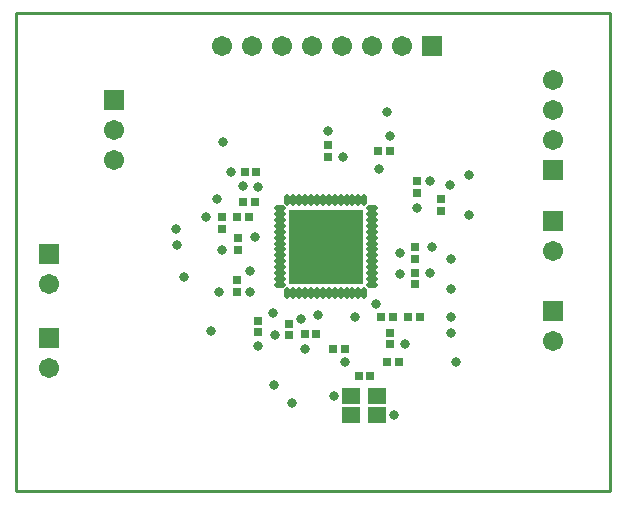
<source format=gts>
G04*
G04 #@! TF.GenerationSoftware,Altium Limited,Altium Designer,22.9.1 (49)*
G04*
G04 Layer_Color=8388736*
%FSLAX44Y44*%
%MOMM*%
G71*
G04*
G04 #@! TF.SameCoordinates,B494E0AD-35FF-4286-8297-05C0B8817D61*
G04*
G04*
G04 #@! TF.FilePolarity,Negative*
G04*
G01*
G75*
%ADD14C,0.2540*%
%ADD21R,1.6032X1.4032*%
%ADD22R,0.7032X0.8032*%
%ADD23O,1.0032X0.4532*%
%ADD24O,0.4532X1.0032*%
%ADD25R,6.3032X6.3032*%
%ADD26R,0.8032X0.7032*%
%ADD27R,1.7032X1.7032*%
%ADD28C,1.7032*%
%ADD29R,1.7032X1.7032*%
%ADD30C,0.8382*%
%ADD31C,0.7032*%
D14*
X0Y0D02*
X502920D01*
X0Y405130D02*
X502920D01*
Y0D02*
Y405130D01*
X0Y0D02*
Y405130D01*
D21*
X283210Y80770D02*
D03*
Y64770D02*
D03*
X305210D02*
D03*
Y80770D02*
D03*
D22*
X299640Y97790D02*
D03*
X289640D02*
D03*
X196770Y232410D02*
D03*
X186770D02*
D03*
X323770Y109220D02*
D03*
X313770D02*
D03*
X331550Y147320D02*
D03*
X341550D02*
D03*
X308690D02*
D03*
X318690D02*
D03*
X191850Y245110D02*
D03*
X201850D02*
D03*
X193120Y270510D02*
D03*
X203120D02*
D03*
X316150Y288290D02*
D03*
X306150D02*
D03*
X278050Y120650D02*
D03*
X268050D02*
D03*
X243920Y133350D02*
D03*
X253920D02*
D03*
D23*
X222990Y239870D02*
D03*
Y234870D02*
D03*
Y229870D02*
D03*
Y224870D02*
D03*
Y219870D02*
D03*
Y214870D02*
D03*
Y209870D02*
D03*
Y204870D02*
D03*
Y199870D02*
D03*
Y194870D02*
D03*
Y189870D02*
D03*
Y184870D02*
D03*
Y179870D02*
D03*
Y174870D02*
D03*
X300990D02*
D03*
Y179870D02*
D03*
Y184870D02*
D03*
Y189870D02*
D03*
Y194870D02*
D03*
Y199870D02*
D03*
Y204870D02*
D03*
Y209870D02*
D03*
Y214870D02*
D03*
Y219870D02*
D03*
Y224870D02*
D03*
Y229870D02*
D03*
Y234870D02*
D03*
Y239870D02*
D03*
D24*
X229490Y168370D02*
D03*
X234490D02*
D03*
X239490D02*
D03*
X244490D02*
D03*
X249490D02*
D03*
X254490D02*
D03*
X259490D02*
D03*
X264490D02*
D03*
X269490D02*
D03*
X274490D02*
D03*
X279490D02*
D03*
X284490D02*
D03*
X289490D02*
D03*
X294490D02*
D03*
Y246370D02*
D03*
X289490D02*
D03*
X284490D02*
D03*
X279490D02*
D03*
X274490D02*
D03*
X269490D02*
D03*
X264490D02*
D03*
X259490D02*
D03*
X254490D02*
D03*
X249490D02*
D03*
X244490D02*
D03*
X239490D02*
D03*
X234490D02*
D03*
X229490D02*
D03*
D25*
X261990Y207370D02*
D03*
D26*
X231140Y142160D02*
D03*
Y132160D02*
D03*
X204470Y134700D02*
D03*
Y144700D02*
D03*
X359410Y247570D02*
D03*
Y237570D02*
D03*
X339090Y262810D02*
D03*
Y252810D02*
D03*
X337820Y206930D02*
D03*
Y196930D02*
D03*
Y185340D02*
D03*
Y175340D02*
D03*
X316230Y124540D02*
D03*
Y134540D02*
D03*
X186690Y168990D02*
D03*
Y178990D02*
D03*
X187960Y204630D02*
D03*
Y214630D02*
D03*
X173990Y232330D02*
D03*
Y222330D02*
D03*
X264160Y293290D02*
D03*
Y283290D02*
D03*
D27*
X82550Y331470D02*
D03*
X454660Y152400D02*
D03*
Y228600D02*
D03*
X27940Y200660D02*
D03*
Y129540D02*
D03*
X454660Y271780D02*
D03*
D28*
X82550Y306070D02*
D03*
Y280670D02*
D03*
X454660Y127000D02*
D03*
Y203200D02*
D03*
X27940Y175260D02*
D03*
Y104140D02*
D03*
X326390Y377190D02*
D03*
X300990D02*
D03*
X275590D02*
D03*
X250190D02*
D03*
X224790D02*
D03*
X199390D02*
D03*
X173990D02*
D03*
X454660Y347980D02*
D03*
Y322580D02*
D03*
Y297180D02*
D03*
D29*
X351790Y377190D02*
D03*
D30*
X175260Y295910D02*
D03*
X313690Y321310D02*
D03*
X383540Y267970D02*
D03*
Y233680D02*
D03*
X368220Y196930D02*
D03*
X368300Y171450D02*
D03*
Y147320D02*
D03*
X368220Y134540D02*
D03*
X372110Y109220D02*
D03*
X233680Y74930D02*
D03*
X218440Y90170D02*
D03*
X165100Y135890D02*
D03*
X142240Y181610D02*
D03*
X135890Y208280D02*
D03*
X134700Y222330D02*
D03*
X264160Y304800D02*
D03*
X276780Y283290D02*
D03*
X181610Y270510D02*
D03*
X204470Y257810D02*
D03*
X316150Y300910D02*
D03*
X307340Y273050D02*
D03*
X198120Y186690D02*
D03*
X202170Y215792D02*
D03*
X173830Y204630D02*
D03*
X351710Y206930D02*
D03*
X198120Y168910D02*
D03*
X204470Y123190D02*
D03*
X367030Y259080D02*
D03*
X325120Y201930D02*
D03*
X339090Y240030D02*
D03*
X350440Y262810D02*
D03*
X325120Y184150D02*
D03*
X350440Y185340D02*
D03*
X287020Y147320D02*
D03*
X241300Y146050D02*
D03*
X255614Y149000D02*
D03*
X243920Y120730D02*
D03*
X218520Y132160D02*
D03*
X217170Y151130D02*
D03*
X268730Y80770D02*
D03*
X320040Y64770D02*
D03*
X278050Y109300D02*
D03*
X328850Y124540D02*
D03*
X304800Y158750D02*
D03*
X171530Y168990D02*
D03*
X160100Y232330D02*
D03*
X170180Y247650D02*
D03*
X191850Y259000D02*
D03*
D31*
X239990Y229370D02*
D03*
X250990D02*
D03*
X261990D02*
D03*
X272990D02*
D03*
X283990D02*
D03*
X239990Y218370D02*
D03*
X250990D02*
D03*
X261990D02*
D03*
X272990D02*
D03*
X283990D02*
D03*
X239990Y207370D02*
D03*
X250990D02*
D03*
X261990D02*
D03*
X272990D02*
D03*
X283990D02*
D03*
X239990Y196370D02*
D03*
X250990D02*
D03*
X261990D02*
D03*
X272990D02*
D03*
X283990D02*
D03*
X239990Y185370D02*
D03*
X250990D02*
D03*
X261990D02*
D03*
X272990D02*
D03*
X283990D02*
D03*
M02*

</source>
